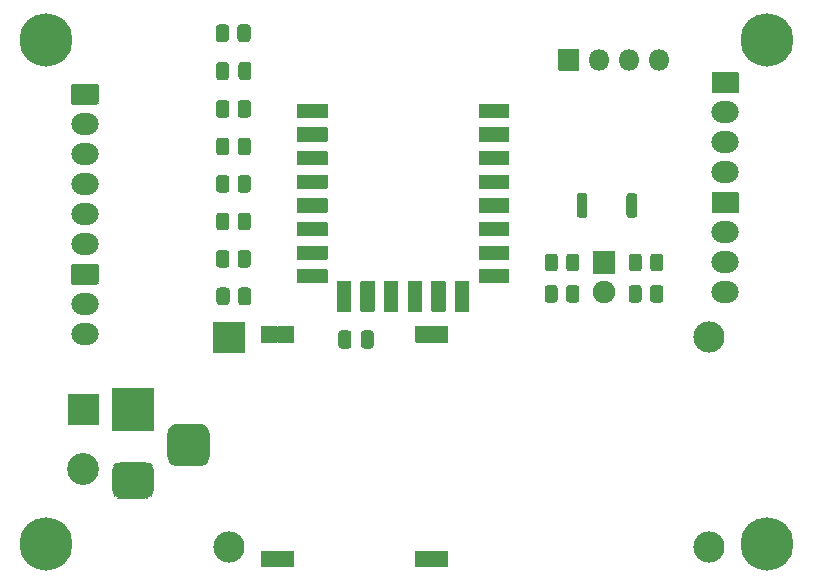
<source format=gts>
G04 #@! TF.GenerationSoftware,KiCad,Pcbnew,(5.1.9)-1*
G04 #@! TF.CreationDate,2021-06-01T19:36:45+03:00*
G04 #@! TF.ProjectId,ESP-RGBW-3S,4553502d-5247-4425-972d-33532e6b6963,0.4*
G04 #@! TF.SameCoordinates,Original*
G04 #@! TF.FileFunction,Soldermask,Top*
G04 #@! TF.FilePolarity,Negative*
%FSLAX46Y46*%
G04 Gerber Fmt 4.6, Leading zero omitted, Abs format (unit mm)*
G04 Created by KiCad (PCBNEW (5.1.9)-1) date 2021-06-01 19:36:45*
%MOMM*%
%LPD*%
G01*
G04 APERTURE LIST*
%ADD10C,2.702000*%
%ADD11C,2.642000*%
%ADD12O,2.302000X1.842000*%
%ADD13C,0.802000*%
%ADD14C,4.502000*%
%ADD15C,1.902000*%
%ADD16O,1.802000X1.802000*%
%ADD17C,0.100000*%
G04 APERTURE END LIST*
G36*
G01*
X41490599Y-71382400D02*
X42798601Y-71382400D01*
G75*
G02*
X42849600Y-71433399I0J-50999D01*
G01*
X42849600Y-72741401D01*
G75*
G02*
X42798601Y-72792400I-50999J0D01*
G01*
X41490599Y-72792400D01*
G75*
G02*
X41439600Y-72741401I0J50999D01*
G01*
X41439600Y-71433399D01*
G75*
G02*
X41490599Y-71382400I50999J0D01*
G01*
G37*
G36*
G01*
X40090599Y-71382400D02*
X41398601Y-71382400D01*
G75*
G02*
X41449600Y-71433399I0J-50999D01*
G01*
X41449600Y-72741401D01*
G75*
G02*
X41398601Y-72792400I-50999J0D01*
G01*
X40090599Y-72792400D01*
G75*
G02*
X40039600Y-72741401I0J50999D01*
G01*
X40039600Y-71433399D01*
G75*
G02*
X40090599Y-71382400I50999J0D01*
G01*
G37*
G36*
G01*
X53160599Y-71382400D02*
X54468601Y-71382400D01*
G75*
G02*
X54519600Y-71433399I0J-50999D01*
G01*
X54519600Y-72741401D01*
G75*
G02*
X54468601Y-72792400I-50999J0D01*
G01*
X53160599Y-72792400D01*
G75*
G02*
X53109600Y-72741401I0J50999D01*
G01*
X53109600Y-71433399D01*
G75*
G02*
X53160599Y-71382400I50999J0D01*
G01*
G37*
G36*
G01*
X54560599Y-71382400D02*
X55868601Y-71382400D01*
G75*
G02*
X55919600Y-71433399I0J-50999D01*
G01*
X55919600Y-72741401D01*
G75*
G02*
X55868601Y-72792400I-50999J0D01*
G01*
X54560599Y-72792400D01*
G75*
G02*
X54509600Y-72741401I0J50999D01*
G01*
X54509600Y-71433399D01*
G75*
G02*
X54560599Y-71382400I50999J0D01*
G01*
G37*
G36*
G01*
X53160599Y-52382400D02*
X54468601Y-52382400D01*
G75*
G02*
X54519600Y-52433399I0J-50999D01*
G01*
X54519600Y-53741401D01*
G75*
G02*
X54468601Y-53792400I-50999J0D01*
G01*
X53160599Y-53792400D01*
G75*
G02*
X53109600Y-53741401I0J50999D01*
G01*
X53109600Y-52433399D01*
G75*
G02*
X53160599Y-52382400I50999J0D01*
G01*
G37*
G36*
G01*
X54560599Y-52382400D02*
X55868601Y-52382400D01*
G75*
G02*
X55919600Y-52433399I0J-50999D01*
G01*
X55919600Y-53741401D01*
G75*
G02*
X55868601Y-53792400I-50999J0D01*
G01*
X54560599Y-53792400D01*
G75*
G02*
X54509600Y-53741401I0J50999D01*
G01*
X54509600Y-52433399D01*
G75*
G02*
X54560599Y-52382400I50999J0D01*
G01*
G37*
G36*
G01*
X41490599Y-52382400D02*
X42798601Y-52382400D01*
G75*
G02*
X42849600Y-52433399I0J-50999D01*
G01*
X42849600Y-53741401D01*
G75*
G02*
X42798601Y-53792400I-50999J0D01*
G01*
X41490599Y-53792400D01*
G75*
G02*
X41439600Y-53741401I0J50999D01*
G01*
X41439600Y-52433399D01*
G75*
G02*
X41490599Y-52382400I50999J0D01*
G01*
G37*
G36*
G01*
X40090599Y-52382400D02*
X41398601Y-52382400D01*
G75*
G02*
X41449600Y-52433399I0J-50999D01*
G01*
X41449600Y-53741401D01*
G75*
G02*
X41398601Y-53792400I-50999J0D01*
G01*
X40090599Y-53792400D01*
G75*
G02*
X40039600Y-53741401I0J50999D01*
G01*
X40039600Y-52433399D01*
G75*
G02*
X40090599Y-52382400I50999J0D01*
G01*
G37*
D10*
X25019000Y-64436000D03*
G36*
G01*
X23719000Y-58085000D02*
X26319000Y-58085000D01*
G75*
G02*
X26370000Y-58136000I0J-51000D01*
G01*
X26370000Y-60736000D01*
G75*
G02*
X26319000Y-60787000I-51000J0D01*
G01*
X23719000Y-60787000D01*
G75*
G02*
X23668000Y-60736000I0J51000D01*
G01*
X23668000Y-58136000D01*
G75*
G02*
X23719000Y-58085000I51000J0D01*
G01*
G37*
G36*
G01*
X36017000Y-54610000D02*
X36017000Y-52070000D01*
G75*
G02*
X36068000Y-52019000I51000J0D01*
G01*
X38608000Y-52019000D01*
G75*
G02*
X38659000Y-52070000I0J-51000D01*
G01*
X38659000Y-54610000D01*
G75*
G02*
X38608000Y-54661000I-51000J0D01*
G01*
X36068000Y-54661000D01*
G75*
G02*
X36017000Y-54610000I0J51000D01*
G01*
G37*
D11*
X37338000Y-71120000D03*
X77978000Y-53340000D03*
X77978000Y-71120000D03*
G36*
G01*
X72295000Y-46513875D02*
X72295000Y-47466125D01*
G75*
G02*
X72020125Y-47741000I-274875J0D01*
G01*
X71442875Y-47741000D01*
G75*
G02*
X71168000Y-47466125I0J274875D01*
G01*
X71168000Y-46513875D01*
G75*
G02*
X71442875Y-46239000I274875J0D01*
G01*
X72020125Y-46239000D01*
G75*
G02*
X72295000Y-46513875I0J-274875D01*
G01*
G37*
G36*
G01*
X74120000Y-46513875D02*
X74120000Y-47466125D01*
G75*
G02*
X73845125Y-47741000I-274875J0D01*
G01*
X73267875Y-47741000D01*
G75*
G02*
X72993000Y-47466125I0J274875D01*
G01*
X72993000Y-46513875D01*
G75*
G02*
X73267875Y-46239000I274875J0D01*
G01*
X73845125Y-46239000D01*
G75*
G02*
X74120000Y-46513875I0J-274875D01*
G01*
G37*
G36*
G01*
X72295000Y-49180875D02*
X72295000Y-50133125D01*
G75*
G02*
X72020125Y-50408000I-274875J0D01*
G01*
X71442875Y-50408000D01*
G75*
G02*
X71168000Y-50133125I0J274875D01*
G01*
X71168000Y-49180875D01*
G75*
G02*
X71442875Y-48906000I274875J0D01*
G01*
X72020125Y-48906000D01*
G75*
G02*
X72295000Y-49180875I0J-274875D01*
G01*
G37*
G36*
G01*
X74120000Y-49180875D02*
X74120000Y-50133125D01*
G75*
G02*
X73845125Y-50408000I-274875J0D01*
G01*
X73267875Y-50408000D01*
G75*
G02*
X72993000Y-50133125I0J274875D01*
G01*
X72993000Y-49180875D01*
G75*
G02*
X73267875Y-48906000I274875J0D01*
G01*
X73845125Y-48906000D01*
G75*
G02*
X74120000Y-49180875I0J-274875D01*
G01*
G37*
G36*
G01*
X38093400Y-50336325D02*
X38093400Y-49384075D01*
G75*
G02*
X38368275Y-49109200I274875J0D01*
G01*
X38945525Y-49109200D01*
G75*
G02*
X39220400Y-49384075I0J-274875D01*
G01*
X39220400Y-50336325D01*
G75*
G02*
X38945525Y-50611200I-274875J0D01*
G01*
X38368275Y-50611200D01*
G75*
G02*
X38093400Y-50336325I0J274875D01*
G01*
G37*
G36*
G01*
X36268400Y-50336325D02*
X36268400Y-49384075D01*
G75*
G02*
X36543275Y-49109200I274875J0D01*
G01*
X37120525Y-49109200D01*
G75*
G02*
X37395400Y-49384075I0J-274875D01*
G01*
X37395400Y-50336325D01*
G75*
G02*
X37120525Y-50611200I-274875J0D01*
G01*
X36543275Y-50611200D01*
G75*
G02*
X36268400Y-50336325I0J274875D01*
G01*
G37*
G36*
G01*
X38068000Y-47162635D02*
X38068000Y-46210385D01*
G75*
G02*
X38342875Y-45935510I274875J0D01*
G01*
X38920125Y-45935510D01*
G75*
G02*
X39195000Y-46210385I0J-274875D01*
G01*
X39195000Y-47162635D01*
G75*
G02*
X38920125Y-47437510I-274875J0D01*
G01*
X38342875Y-47437510D01*
G75*
G02*
X38068000Y-47162635I0J274875D01*
G01*
G37*
G36*
G01*
X36243000Y-47162635D02*
X36243000Y-46210385D01*
G75*
G02*
X36517875Y-45935510I274875J0D01*
G01*
X37095125Y-45935510D01*
G75*
G02*
X37370000Y-46210385I0J-274875D01*
G01*
X37370000Y-47162635D01*
G75*
G02*
X37095125Y-47437510I-274875J0D01*
G01*
X36517875Y-47437510D01*
G75*
G02*
X36243000Y-47162635I0J274875D01*
G01*
G37*
G36*
G01*
X38068000Y-40815265D02*
X38068000Y-39863015D01*
G75*
G02*
X38342875Y-39588140I274875J0D01*
G01*
X38920125Y-39588140D01*
G75*
G02*
X39195000Y-39863015I0J-274875D01*
G01*
X39195000Y-40815265D01*
G75*
G02*
X38920125Y-41090140I-274875J0D01*
G01*
X38342875Y-41090140D01*
G75*
G02*
X38068000Y-40815265I0J274875D01*
G01*
G37*
G36*
G01*
X36243000Y-40815265D02*
X36243000Y-39863015D01*
G75*
G02*
X36517875Y-39588140I274875J0D01*
G01*
X37095125Y-39588140D01*
G75*
G02*
X37370000Y-39863015I0J-274875D01*
G01*
X37370000Y-40815265D01*
G75*
G02*
X37095125Y-41090140I-274875J0D01*
G01*
X36517875Y-41090140D01*
G75*
G02*
X36243000Y-40815265I0J274875D01*
G01*
G37*
G36*
G01*
X38068000Y-43988950D02*
X38068000Y-43036700D01*
G75*
G02*
X38342875Y-42761825I274875J0D01*
G01*
X38920125Y-42761825D01*
G75*
G02*
X39195000Y-43036700I0J-274875D01*
G01*
X39195000Y-43988950D01*
G75*
G02*
X38920125Y-44263825I-274875J0D01*
G01*
X38342875Y-44263825D01*
G75*
G02*
X38068000Y-43988950I0J274875D01*
G01*
G37*
G36*
G01*
X36243000Y-43988950D02*
X36243000Y-43036700D01*
G75*
G02*
X36517875Y-42761825I274875J0D01*
G01*
X37095125Y-42761825D01*
G75*
G02*
X37370000Y-43036700I0J-274875D01*
G01*
X37370000Y-43988950D01*
G75*
G02*
X37095125Y-44263825I-274875J0D01*
G01*
X36517875Y-44263825D01*
G75*
G02*
X36243000Y-43988950I0J274875D01*
G01*
G37*
D12*
X79375000Y-39370000D03*
X25146000Y-45466000D03*
G36*
G01*
X48506600Y-54018300D02*
X48506600Y-53017300D01*
G75*
G02*
X48782100Y-52741800I275500J0D01*
G01*
X49333100Y-52741800D01*
G75*
G02*
X49608600Y-53017300I0J-275500D01*
G01*
X49608600Y-54018300D01*
G75*
G02*
X49333100Y-54293800I-275500J0D01*
G01*
X48782100Y-54293800D01*
G75*
G02*
X48506600Y-54018300I0J275500D01*
G01*
G37*
G36*
G01*
X46606600Y-54018300D02*
X46606600Y-53017300D01*
G75*
G02*
X46882100Y-52741800I275500J0D01*
G01*
X47433100Y-52741800D01*
G75*
G02*
X47708600Y-53017300I0J-275500D01*
G01*
X47708600Y-54018300D01*
G75*
G02*
X47433100Y-54293800I-275500J0D01*
G01*
X46882100Y-54293800D01*
G75*
G02*
X46606600Y-54018300I0J275500D01*
G01*
G37*
G36*
G01*
X38143400Y-31288585D02*
X38143400Y-30287585D01*
G75*
G02*
X38418900Y-30012085I275500J0D01*
G01*
X38969900Y-30012085D01*
G75*
G02*
X39245400Y-30287585I0J-275500D01*
G01*
X39245400Y-31288585D01*
G75*
G02*
X38969900Y-31564085I-275500J0D01*
G01*
X38418900Y-31564085D01*
G75*
G02*
X38143400Y-31288585I0J275500D01*
G01*
G37*
G36*
G01*
X36243400Y-31288585D02*
X36243400Y-30287585D01*
G75*
G02*
X36518900Y-30012085I275500J0D01*
G01*
X37069900Y-30012085D01*
G75*
G02*
X37345400Y-30287585I0J-275500D01*
G01*
X37345400Y-31288585D01*
G75*
G02*
X37069900Y-31564085I-275500J0D01*
G01*
X36518900Y-31564085D01*
G75*
G02*
X36243400Y-31288585I0J275500D01*
G01*
G37*
G36*
G01*
X37370000Y-33515645D02*
X37370000Y-34467895D01*
G75*
G02*
X37095125Y-34742770I-274875J0D01*
G01*
X36517875Y-34742770D01*
G75*
G02*
X36243000Y-34467895I0J274875D01*
G01*
X36243000Y-33515645D01*
G75*
G02*
X36517875Y-33240770I274875J0D01*
G01*
X37095125Y-33240770D01*
G75*
G02*
X37370000Y-33515645I0J-274875D01*
G01*
G37*
G36*
G01*
X39195000Y-33515645D02*
X39195000Y-34467895D01*
G75*
G02*
X38920125Y-34742770I-274875J0D01*
G01*
X38342875Y-34742770D01*
G75*
G02*
X38068000Y-34467895I0J274875D01*
G01*
X38068000Y-33515645D01*
G75*
G02*
X38342875Y-33240770I274875J0D01*
G01*
X38920125Y-33240770D01*
G75*
G02*
X39195000Y-33515645I0J-274875D01*
G01*
G37*
G36*
G01*
X65881000Y-47466125D02*
X65881000Y-46513875D01*
G75*
G02*
X66155875Y-46239000I274875J0D01*
G01*
X66733125Y-46239000D01*
G75*
G02*
X67008000Y-46513875I0J-274875D01*
G01*
X67008000Y-47466125D01*
G75*
G02*
X66733125Y-47741000I-274875J0D01*
G01*
X66155875Y-47741000D01*
G75*
G02*
X65881000Y-47466125I0J274875D01*
G01*
G37*
G36*
G01*
X64056000Y-47466125D02*
X64056000Y-46513875D01*
G75*
G02*
X64330875Y-46239000I274875J0D01*
G01*
X64908125Y-46239000D01*
G75*
G02*
X65183000Y-46513875I0J-274875D01*
G01*
X65183000Y-47466125D01*
G75*
G02*
X64908125Y-47741000I-274875J0D01*
G01*
X64330875Y-47741000D01*
G75*
G02*
X64056000Y-47466125I0J274875D01*
G01*
G37*
G36*
G01*
X65881000Y-50133125D02*
X65881000Y-49180875D01*
G75*
G02*
X66155875Y-48906000I274875J0D01*
G01*
X66733125Y-48906000D01*
G75*
G02*
X67008000Y-49180875I0J-274875D01*
G01*
X67008000Y-50133125D01*
G75*
G02*
X66733125Y-50408000I-274875J0D01*
G01*
X66155875Y-50408000D01*
G75*
G02*
X65881000Y-50133125I0J274875D01*
G01*
G37*
G36*
G01*
X64056000Y-50133125D02*
X64056000Y-49180875D01*
G75*
G02*
X64330875Y-48906000I274875J0D01*
G01*
X64908125Y-48906000D01*
G75*
G02*
X65183000Y-49180875I0J-274875D01*
G01*
X65183000Y-50133125D01*
G75*
G02*
X64908125Y-50408000I-274875J0D01*
G01*
X64330875Y-50408000D01*
G75*
G02*
X64056000Y-50133125I0J274875D01*
G01*
G37*
G36*
G01*
X38042600Y-28060525D02*
X38042600Y-27108275D01*
G75*
G02*
X38317475Y-26833400I274875J0D01*
G01*
X38894725Y-26833400D01*
G75*
G02*
X39169600Y-27108275I0J-274875D01*
G01*
X39169600Y-28060525D01*
G75*
G02*
X38894725Y-28335400I-274875J0D01*
G01*
X38317475Y-28335400D01*
G75*
G02*
X38042600Y-28060525I0J274875D01*
G01*
G37*
G36*
G01*
X36217600Y-28060525D02*
X36217600Y-27108275D01*
G75*
G02*
X36492475Y-26833400I274875J0D01*
G01*
X37069725Y-26833400D01*
G75*
G02*
X37344600Y-27108275I0J-274875D01*
G01*
X37344600Y-28060525D01*
G75*
G02*
X37069725Y-28335400I-274875J0D01*
G01*
X36492475Y-28335400D01*
G75*
G02*
X36217600Y-28060525I0J274875D01*
G01*
G37*
G36*
G01*
X38068000Y-37641580D02*
X38068000Y-36689330D01*
G75*
G02*
X38342875Y-36414455I274875J0D01*
G01*
X38920125Y-36414455D01*
G75*
G02*
X39195000Y-36689330I0J-274875D01*
G01*
X39195000Y-37641580D01*
G75*
G02*
X38920125Y-37916455I-274875J0D01*
G01*
X38342875Y-37916455D01*
G75*
G02*
X38068000Y-37641580I0J274875D01*
G01*
G37*
G36*
G01*
X36243000Y-37641580D02*
X36243000Y-36689330D01*
G75*
G02*
X36517875Y-36414455I274875J0D01*
G01*
X37095125Y-36414455D01*
G75*
G02*
X37370000Y-36689330I0J-274875D01*
G01*
X37370000Y-37641580D01*
G75*
G02*
X37095125Y-37916455I-274875J0D01*
G01*
X36517875Y-37916455D01*
G75*
G02*
X36243000Y-37641580I0J274875D01*
G01*
G37*
X79375000Y-49530000D03*
X79375000Y-46990000D03*
X79375000Y-44450000D03*
G36*
G01*
X78488654Y-40989000D02*
X80261346Y-40989000D01*
G75*
G02*
X80526000Y-41253654I0J-264654D01*
G01*
X80526000Y-42566346D01*
G75*
G02*
X80261346Y-42831000I-264654J0D01*
G01*
X78488654Y-42831000D01*
G75*
G02*
X78224000Y-42566346I0J264654D01*
G01*
X78224000Y-41253654D01*
G75*
G02*
X78488654Y-40989000I264654J0D01*
G01*
G37*
X25146000Y-53086000D03*
X25146000Y-50546000D03*
G36*
G01*
X24259654Y-47085000D02*
X26032346Y-47085000D01*
G75*
G02*
X26297000Y-47349654I0J-264654D01*
G01*
X26297000Y-48662346D01*
G75*
G02*
X26032346Y-48927000I-264654J0D01*
G01*
X24259654Y-48927000D01*
G75*
G02*
X23995000Y-48662346I0J264654D01*
G01*
X23995000Y-47349654D01*
G75*
G02*
X24259654Y-47085000I264654J0D01*
G01*
G37*
X79375000Y-36830000D03*
X79375000Y-34290000D03*
G36*
G01*
X78488654Y-30829000D02*
X80261346Y-30829000D01*
G75*
G02*
X80526000Y-31093654I0J-264654D01*
G01*
X80526000Y-32406346D01*
G75*
G02*
X80261346Y-32671000I-264654J0D01*
G01*
X78488654Y-32671000D01*
G75*
G02*
X78224000Y-32406346I0J264654D01*
G01*
X78224000Y-31093654D01*
G75*
G02*
X78488654Y-30829000I264654J0D01*
G01*
G37*
G36*
G01*
X43084000Y-34713000D02*
X43084000Y-33613000D01*
G75*
G02*
X43135000Y-33562000I51000J0D01*
G01*
X45635000Y-33562000D01*
G75*
G02*
X45686000Y-33613000I0J-51000D01*
G01*
X45686000Y-34713000D01*
G75*
G02*
X45635000Y-34764000I-51000J0D01*
G01*
X43135000Y-34764000D01*
G75*
G02*
X43084000Y-34713000I0J51000D01*
G01*
G37*
G36*
G01*
X43084000Y-36713000D02*
X43084000Y-35613000D01*
G75*
G02*
X43135000Y-35562000I51000J0D01*
G01*
X45635000Y-35562000D01*
G75*
G02*
X45686000Y-35613000I0J-51000D01*
G01*
X45686000Y-36713000D01*
G75*
G02*
X45635000Y-36764000I-51000J0D01*
G01*
X43135000Y-36764000D01*
G75*
G02*
X43084000Y-36713000I0J51000D01*
G01*
G37*
G36*
G01*
X43084000Y-38713000D02*
X43084000Y-37613000D01*
G75*
G02*
X43135000Y-37562000I51000J0D01*
G01*
X45635000Y-37562000D01*
G75*
G02*
X45686000Y-37613000I0J-51000D01*
G01*
X45686000Y-38713000D01*
G75*
G02*
X45635000Y-38764000I-51000J0D01*
G01*
X43135000Y-38764000D01*
G75*
G02*
X43084000Y-38713000I0J51000D01*
G01*
G37*
G36*
G01*
X43084000Y-40713000D02*
X43084000Y-39613000D01*
G75*
G02*
X43135000Y-39562000I51000J0D01*
G01*
X45635000Y-39562000D01*
G75*
G02*
X45686000Y-39613000I0J-51000D01*
G01*
X45686000Y-40713000D01*
G75*
G02*
X45635000Y-40764000I-51000J0D01*
G01*
X43135000Y-40764000D01*
G75*
G02*
X43084000Y-40713000I0J51000D01*
G01*
G37*
G36*
G01*
X43084000Y-42713000D02*
X43084000Y-41613000D01*
G75*
G02*
X43135000Y-41562000I51000J0D01*
G01*
X45635000Y-41562000D01*
G75*
G02*
X45686000Y-41613000I0J-51000D01*
G01*
X45686000Y-42713000D01*
G75*
G02*
X45635000Y-42764000I-51000J0D01*
G01*
X43135000Y-42764000D01*
G75*
G02*
X43084000Y-42713000I0J51000D01*
G01*
G37*
G36*
G01*
X43084000Y-44713000D02*
X43084000Y-43613000D01*
G75*
G02*
X43135000Y-43562000I51000J0D01*
G01*
X45635000Y-43562000D01*
G75*
G02*
X45686000Y-43613000I0J-51000D01*
G01*
X45686000Y-44713000D01*
G75*
G02*
X45635000Y-44764000I-51000J0D01*
G01*
X43135000Y-44764000D01*
G75*
G02*
X43084000Y-44713000I0J51000D01*
G01*
G37*
G36*
G01*
X43084000Y-46713000D02*
X43084000Y-45613000D01*
G75*
G02*
X43135000Y-45562000I51000J0D01*
G01*
X45635000Y-45562000D01*
G75*
G02*
X45686000Y-45613000I0J-51000D01*
G01*
X45686000Y-46713000D01*
G75*
G02*
X45635000Y-46764000I-51000J0D01*
G01*
X43135000Y-46764000D01*
G75*
G02*
X43084000Y-46713000I0J51000D01*
G01*
G37*
G36*
G01*
X43084000Y-48713000D02*
X43084000Y-47613000D01*
G75*
G02*
X43135000Y-47562000I51000J0D01*
G01*
X45635000Y-47562000D01*
G75*
G02*
X45686000Y-47613000I0J-51000D01*
G01*
X45686000Y-48713000D01*
G75*
G02*
X45635000Y-48764000I-51000J0D01*
G01*
X43135000Y-48764000D01*
G75*
G02*
X43084000Y-48713000I0J51000D01*
G01*
G37*
G36*
G01*
X58484000Y-48713000D02*
X58484000Y-47613000D01*
G75*
G02*
X58535000Y-47562000I51000J0D01*
G01*
X61035000Y-47562000D01*
G75*
G02*
X61086000Y-47613000I0J-51000D01*
G01*
X61086000Y-48713000D01*
G75*
G02*
X61035000Y-48764000I-51000J0D01*
G01*
X58535000Y-48764000D01*
G75*
G02*
X58484000Y-48713000I0J51000D01*
G01*
G37*
G36*
G01*
X58484000Y-46713000D02*
X58484000Y-45613000D01*
G75*
G02*
X58535000Y-45562000I51000J0D01*
G01*
X61035000Y-45562000D01*
G75*
G02*
X61086000Y-45613000I0J-51000D01*
G01*
X61086000Y-46713000D01*
G75*
G02*
X61035000Y-46764000I-51000J0D01*
G01*
X58535000Y-46764000D01*
G75*
G02*
X58484000Y-46713000I0J51000D01*
G01*
G37*
G36*
G01*
X58484000Y-44713000D02*
X58484000Y-43613000D01*
G75*
G02*
X58535000Y-43562000I51000J0D01*
G01*
X61035000Y-43562000D01*
G75*
G02*
X61086000Y-43613000I0J-51000D01*
G01*
X61086000Y-44713000D01*
G75*
G02*
X61035000Y-44764000I-51000J0D01*
G01*
X58535000Y-44764000D01*
G75*
G02*
X58484000Y-44713000I0J51000D01*
G01*
G37*
G36*
G01*
X58484000Y-42713000D02*
X58484000Y-41613000D01*
G75*
G02*
X58535000Y-41562000I51000J0D01*
G01*
X61035000Y-41562000D01*
G75*
G02*
X61086000Y-41613000I0J-51000D01*
G01*
X61086000Y-42713000D01*
G75*
G02*
X61035000Y-42764000I-51000J0D01*
G01*
X58535000Y-42764000D01*
G75*
G02*
X58484000Y-42713000I0J51000D01*
G01*
G37*
G36*
G01*
X58484000Y-40713000D02*
X58484000Y-39613000D01*
G75*
G02*
X58535000Y-39562000I51000J0D01*
G01*
X61035000Y-39562000D01*
G75*
G02*
X61086000Y-39613000I0J-51000D01*
G01*
X61086000Y-40713000D01*
G75*
G02*
X61035000Y-40764000I-51000J0D01*
G01*
X58535000Y-40764000D01*
G75*
G02*
X58484000Y-40713000I0J51000D01*
G01*
G37*
G36*
G01*
X58484000Y-38713000D02*
X58484000Y-37613000D01*
G75*
G02*
X58535000Y-37562000I51000J0D01*
G01*
X61035000Y-37562000D01*
G75*
G02*
X61086000Y-37613000I0J-51000D01*
G01*
X61086000Y-38713000D01*
G75*
G02*
X61035000Y-38764000I-51000J0D01*
G01*
X58535000Y-38764000D01*
G75*
G02*
X58484000Y-38713000I0J51000D01*
G01*
G37*
G36*
G01*
X58484000Y-36713000D02*
X58484000Y-35613000D01*
G75*
G02*
X58535000Y-35562000I51000J0D01*
G01*
X61035000Y-35562000D01*
G75*
G02*
X61086000Y-35613000I0J-51000D01*
G01*
X61086000Y-36713000D01*
G75*
G02*
X61035000Y-36764000I-51000J0D01*
G01*
X58535000Y-36764000D01*
G75*
G02*
X58484000Y-36713000I0J51000D01*
G01*
G37*
G36*
G01*
X58484000Y-34713000D02*
X58484000Y-33613000D01*
G75*
G02*
X58535000Y-33562000I51000J0D01*
G01*
X61035000Y-33562000D01*
G75*
G02*
X61086000Y-33613000I0J-51000D01*
G01*
X61086000Y-34713000D01*
G75*
G02*
X61035000Y-34764000I-51000J0D01*
G01*
X58535000Y-34764000D01*
G75*
G02*
X58484000Y-34713000I0J51000D01*
G01*
G37*
G36*
G01*
X47625000Y-51164000D02*
X46525000Y-51164000D01*
G75*
G02*
X46474000Y-51113000I0J51000D01*
G01*
X46474000Y-48613000D01*
G75*
G02*
X46525000Y-48562000I51000J0D01*
G01*
X47625000Y-48562000D01*
G75*
G02*
X47676000Y-48613000I0J-51000D01*
G01*
X47676000Y-51113000D01*
G75*
G02*
X47625000Y-51164000I-51000J0D01*
G01*
G37*
G36*
G01*
X49625000Y-51164000D02*
X48525000Y-51164000D01*
G75*
G02*
X48474000Y-51113000I0J51000D01*
G01*
X48474000Y-48613000D01*
G75*
G02*
X48525000Y-48562000I51000J0D01*
G01*
X49625000Y-48562000D01*
G75*
G02*
X49676000Y-48613000I0J-51000D01*
G01*
X49676000Y-51113000D01*
G75*
G02*
X49625000Y-51164000I-51000J0D01*
G01*
G37*
G36*
G01*
X51625000Y-51164000D02*
X50525000Y-51164000D01*
G75*
G02*
X50474000Y-51113000I0J51000D01*
G01*
X50474000Y-48613000D01*
G75*
G02*
X50525000Y-48562000I51000J0D01*
G01*
X51625000Y-48562000D01*
G75*
G02*
X51676000Y-48613000I0J-51000D01*
G01*
X51676000Y-51113000D01*
G75*
G02*
X51625000Y-51164000I-51000J0D01*
G01*
G37*
G36*
G01*
X53625000Y-51164000D02*
X52525000Y-51164000D01*
G75*
G02*
X52474000Y-51113000I0J51000D01*
G01*
X52474000Y-48613000D01*
G75*
G02*
X52525000Y-48562000I51000J0D01*
G01*
X53625000Y-48562000D01*
G75*
G02*
X53676000Y-48613000I0J-51000D01*
G01*
X53676000Y-51113000D01*
G75*
G02*
X53625000Y-51164000I-51000J0D01*
G01*
G37*
G36*
G01*
X55625000Y-51164000D02*
X54525000Y-51164000D01*
G75*
G02*
X54474000Y-51113000I0J51000D01*
G01*
X54474000Y-48613000D01*
G75*
G02*
X54525000Y-48562000I51000J0D01*
G01*
X55625000Y-48562000D01*
G75*
G02*
X55676000Y-48613000I0J-51000D01*
G01*
X55676000Y-51113000D01*
G75*
G02*
X55625000Y-51164000I-51000J0D01*
G01*
G37*
G36*
G01*
X57625000Y-51164000D02*
X56525000Y-51164000D01*
G75*
G02*
X56474000Y-51113000I0J51000D01*
G01*
X56474000Y-48613000D01*
G75*
G02*
X56525000Y-48562000I51000J0D01*
G01*
X57625000Y-48562000D01*
G75*
G02*
X57676000Y-48613000I0J-51000D01*
G01*
X57676000Y-51113000D01*
G75*
G02*
X57625000Y-51164000I-51000J0D01*
G01*
G37*
D13*
X23010726Y-27027274D03*
X21844000Y-26544000D03*
X20677274Y-27027274D03*
X20194000Y-28194000D03*
X20677274Y-29360726D03*
X21844000Y-29844000D03*
X23010726Y-29360726D03*
X23494000Y-28194000D03*
D14*
X21844000Y-28194000D03*
D13*
X84097726Y-27027274D03*
X82931000Y-26544000D03*
X81764274Y-27027274D03*
X81281000Y-28194000D03*
X81764274Y-29360726D03*
X82931000Y-29844000D03*
X84097726Y-29360726D03*
X84581000Y-28194000D03*
D14*
X82931000Y-28194000D03*
X82931000Y-70866000D03*
D13*
X84581000Y-70866000D03*
X84097726Y-72032726D03*
X82931000Y-72516000D03*
X81764274Y-72032726D03*
X81281000Y-70866000D03*
X81764274Y-69699274D03*
X82931000Y-69216000D03*
X84097726Y-69699274D03*
D14*
X21844000Y-70866000D03*
D13*
X23494000Y-70866000D03*
X23010726Y-72032726D03*
X21844000Y-72516000D03*
X20677274Y-72032726D03*
X20194000Y-70866000D03*
X20677274Y-69699274D03*
X21844000Y-69216000D03*
X23010726Y-69699274D03*
D15*
X69088000Y-49530000D03*
G36*
G01*
X68188000Y-46039000D02*
X69988000Y-46039000D01*
G75*
G02*
X70039000Y-46090000I0J-51000D01*
G01*
X70039000Y-47890000D01*
G75*
G02*
X69988000Y-47941000I-51000J0D01*
G01*
X68188000Y-47941000D01*
G75*
G02*
X68137000Y-47890000I0J51000D01*
G01*
X68137000Y-46090000D01*
G75*
G02*
X68188000Y-46039000I51000J0D01*
G01*
G37*
G36*
G01*
X34810500Y-64237000D02*
X33009500Y-64237000D01*
G75*
G02*
X32109000Y-63336500I0J900500D01*
G01*
X32109000Y-61535500D01*
G75*
G02*
X33009500Y-60635000I900500J0D01*
G01*
X34810500Y-60635000D01*
G75*
G02*
X35711000Y-61535500I0J-900500D01*
G01*
X35711000Y-63336500D01*
G75*
G02*
X34810500Y-64237000I-900500J0D01*
G01*
G37*
G36*
G01*
X30235500Y-66987000D02*
X28184500Y-66987000D01*
G75*
G02*
X27409000Y-66211500I0J775500D01*
G01*
X27409000Y-64660500D01*
G75*
G02*
X28184500Y-63885000I775500J0D01*
G01*
X30235500Y-63885000D01*
G75*
G02*
X31011000Y-64660500I0J-775500D01*
G01*
X31011000Y-66211500D01*
G75*
G02*
X30235500Y-66987000I-775500J0D01*
G01*
G37*
G36*
G01*
X30960000Y-61237000D02*
X27460000Y-61237000D01*
G75*
G02*
X27409000Y-61186000I0J51000D01*
G01*
X27409000Y-57686000D01*
G75*
G02*
X27460000Y-57635000I51000J0D01*
G01*
X30960000Y-57635000D01*
G75*
G02*
X31011000Y-57686000I0J-51000D01*
G01*
X31011000Y-61186000D01*
G75*
G02*
X30960000Y-61237000I-51000J0D01*
G01*
G37*
D16*
X73719399Y-29845000D03*
X71179399Y-29845000D03*
X68639399Y-29845000D03*
G36*
G01*
X66949399Y-30746000D02*
X65249399Y-30746000D01*
G75*
G02*
X65198399Y-30695000I0J51000D01*
G01*
X65198399Y-28995000D01*
G75*
G02*
X65249399Y-28944000I51000J0D01*
G01*
X66949399Y-28944000D01*
G75*
G02*
X67000399Y-28995000I0J-51000D01*
G01*
X67000399Y-30695000D01*
G75*
G02*
X66949399Y-30746000I-51000J0D01*
G01*
G37*
D12*
X25146000Y-42926000D03*
X25146000Y-40386000D03*
X25146000Y-37846000D03*
X25146000Y-35306000D03*
G36*
G01*
X24259654Y-31845000D02*
X26032346Y-31845000D01*
G75*
G02*
X26297000Y-32109654I0J-264654D01*
G01*
X26297000Y-33422346D01*
G75*
G02*
X26032346Y-33687000I-264654J0D01*
G01*
X24259654Y-33687000D01*
G75*
G02*
X23995000Y-33422346I0J264654D01*
G01*
X23995000Y-32109654D01*
G75*
G02*
X24259654Y-31845000I264654J0D01*
G01*
G37*
G36*
G01*
X71893000Y-41338500D02*
X71893000Y-42989500D01*
G75*
G02*
X71667500Y-43215000I-225500J0D01*
G01*
X71216500Y-43215000D01*
G75*
G02*
X70991000Y-42989500I0J225500D01*
G01*
X70991000Y-41338500D01*
G75*
G02*
X71216500Y-41113000I225500J0D01*
G01*
X71667500Y-41113000D01*
G75*
G02*
X71893000Y-41338500I0J-225500D01*
G01*
G37*
G36*
G01*
X67693000Y-41338500D02*
X67693000Y-42989500D01*
G75*
G02*
X67467500Y-43215000I-225500J0D01*
G01*
X67016500Y-43215000D01*
G75*
G02*
X66791000Y-42989500I0J225500D01*
G01*
X66791000Y-41338500D01*
G75*
G02*
X67016500Y-41113000I225500J0D01*
G01*
X67467500Y-41113000D01*
G75*
G02*
X67693000Y-41338500I0J-225500D01*
G01*
G37*
D17*
G36*
X31012165Y-66209874D02*
G01*
X31013000Y-66211500D01*
X31013000Y-66267860D01*
X31012990Y-66268056D01*
X30998697Y-66413175D01*
X30998621Y-66413560D01*
X30958080Y-66547206D01*
X30957930Y-66547568D01*
X30892100Y-66670727D01*
X30891882Y-66671053D01*
X30803286Y-66779009D01*
X30803009Y-66779286D01*
X30695053Y-66867882D01*
X30694727Y-66868100D01*
X30571568Y-66933930D01*
X30571206Y-66934080D01*
X30437560Y-66974621D01*
X30437175Y-66974697D01*
X30292056Y-66988990D01*
X30291860Y-66989000D01*
X30235500Y-66989000D01*
X30233768Y-66988000D01*
X30233768Y-66986000D01*
X30235304Y-66985010D01*
X30386398Y-66970129D01*
X30531502Y-66926112D01*
X30665229Y-66854634D01*
X30782440Y-66758440D01*
X30878634Y-66641229D01*
X30950112Y-66507502D01*
X30994129Y-66362398D01*
X31009010Y-66211304D01*
X31010175Y-66209678D01*
X31012165Y-66209874D01*
G37*
G36*
X27410990Y-66211304D02*
G01*
X27425871Y-66362398D01*
X27469888Y-66507502D01*
X27541366Y-66641229D01*
X27637560Y-66758440D01*
X27754771Y-66854634D01*
X27888498Y-66926112D01*
X28033602Y-66970129D01*
X28184696Y-66985010D01*
X28186322Y-66986175D01*
X28186126Y-66988165D01*
X28184500Y-66989000D01*
X28128140Y-66989000D01*
X28127944Y-66988990D01*
X27982825Y-66974697D01*
X27982440Y-66974621D01*
X27848794Y-66934080D01*
X27848432Y-66933930D01*
X27725273Y-66868100D01*
X27724947Y-66867882D01*
X27616991Y-66779286D01*
X27616714Y-66779009D01*
X27528118Y-66671053D01*
X27527900Y-66670727D01*
X27462070Y-66547568D01*
X27461920Y-66547206D01*
X27421379Y-66413560D01*
X27421303Y-66413175D01*
X27407010Y-66268056D01*
X27407000Y-66267860D01*
X27407000Y-66211500D01*
X27408000Y-66209768D01*
X27410000Y-66209768D01*
X27410990Y-66211304D01*
G37*
G36*
X28186232Y-63884000D02*
G01*
X28186232Y-63886000D01*
X28184696Y-63886990D01*
X28033602Y-63901871D01*
X27888498Y-63945888D01*
X27754771Y-64017366D01*
X27637560Y-64113560D01*
X27541366Y-64230771D01*
X27469888Y-64364498D01*
X27425871Y-64509602D01*
X27410990Y-64660696D01*
X27409825Y-64662322D01*
X27407835Y-64662126D01*
X27407000Y-64660500D01*
X27407000Y-64604140D01*
X27407010Y-64603944D01*
X27421303Y-64458825D01*
X27421379Y-64458440D01*
X27461920Y-64324794D01*
X27462070Y-64324432D01*
X27527900Y-64201273D01*
X27528118Y-64200947D01*
X27616714Y-64092991D01*
X27616991Y-64092714D01*
X27724947Y-64004118D01*
X27725273Y-64003900D01*
X27848432Y-63938070D01*
X27848794Y-63937920D01*
X27982440Y-63897379D01*
X27982825Y-63897303D01*
X28127944Y-63883010D01*
X28128140Y-63883000D01*
X28184500Y-63883000D01*
X28186232Y-63884000D01*
G37*
G36*
X30292056Y-63883010D02*
G01*
X30437175Y-63897303D01*
X30437560Y-63897379D01*
X30571206Y-63937920D01*
X30571568Y-63938070D01*
X30694727Y-64003900D01*
X30695053Y-64004118D01*
X30803009Y-64092714D01*
X30803286Y-64092991D01*
X30891882Y-64200947D01*
X30892100Y-64201273D01*
X30957930Y-64324432D01*
X30958080Y-64324794D01*
X30998621Y-64458440D01*
X30998697Y-64458825D01*
X31012990Y-64603944D01*
X31013000Y-64604140D01*
X31013000Y-64660500D01*
X31012000Y-64662232D01*
X31010000Y-64662232D01*
X31009010Y-64660696D01*
X30994129Y-64509602D01*
X30950112Y-64364498D01*
X30878634Y-64230771D01*
X30782440Y-64113560D01*
X30665229Y-64017366D01*
X30531502Y-63945888D01*
X30386398Y-63901871D01*
X30235304Y-63886990D01*
X30233678Y-63885825D01*
X30233874Y-63883835D01*
X30235500Y-63883000D01*
X30291860Y-63883000D01*
X30292056Y-63883010D01*
G37*
G36*
X35712165Y-63334874D02*
G01*
X35713000Y-63336500D01*
X35713000Y-63392860D01*
X35712990Y-63393056D01*
X35696295Y-63562562D01*
X35696219Y-63562947D01*
X35648565Y-63720041D01*
X35648415Y-63720403D01*
X35571033Y-63865174D01*
X35570815Y-63865500D01*
X35466674Y-63992397D01*
X35466397Y-63992674D01*
X35339500Y-64096815D01*
X35339174Y-64097033D01*
X35194403Y-64174415D01*
X35194041Y-64174565D01*
X35036947Y-64222219D01*
X35036562Y-64222295D01*
X34867056Y-64238990D01*
X34866860Y-64239000D01*
X34810500Y-64239000D01*
X34808768Y-64238000D01*
X34808768Y-64236000D01*
X34810304Y-64235010D01*
X34985784Y-64217727D01*
X35154337Y-64166597D01*
X35309675Y-64083567D01*
X35445829Y-63971829D01*
X35557567Y-63835675D01*
X35640597Y-63680337D01*
X35691727Y-63511784D01*
X35709010Y-63336304D01*
X35710175Y-63334678D01*
X35712165Y-63334874D01*
G37*
G36*
X32110990Y-63336304D02*
G01*
X32128273Y-63511784D01*
X32179403Y-63680337D01*
X32262433Y-63835675D01*
X32374171Y-63971829D01*
X32510325Y-64083567D01*
X32665663Y-64166597D01*
X32834216Y-64217727D01*
X33009696Y-64235010D01*
X33011322Y-64236175D01*
X33011126Y-64238165D01*
X33009500Y-64239000D01*
X32953140Y-64239000D01*
X32952944Y-64238990D01*
X32783438Y-64222295D01*
X32783053Y-64222219D01*
X32625959Y-64174565D01*
X32625597Y-64174415D01*
X32480826Y-64097033D01*
X32480500Y-64096815D01*
X32353603Y-63992674D01*
X32353326Y-63992397D01*
X32249185Y-63865500D01*
X32248967Y-63865174D01*
X32171585Y-63720403D01*
X32171435Y-63720041D01*
X32123781Y-63562947D01*
X32123705Y-63562562D01*
X32107010Y-63393056D01*
X32107000Y-63392860D01*
X32107000Y-63336500D01*
X32108000Y-63334768D01*
X32110000Y-63334768D01*
X32110990Y-63336304D01*
G37*
G36*
X33011232Y-60634000D02*
G01*
X33011232Y-60636000D01*
X33009696Y-60636990D01*
X32834216Y-60654273D01*
X32665663Y-60705403D01*
X32510325Y-60788433D01*
X32374171Y-60900171D01*
X32262433Y-61036325D01*
X32179403Y-61191663D01*
X32128273Y-61360216D01*
X32110990Y-61535696D01*
X32109825Y-61537322D01*
X32107835Y-61537126D01*
X32107000Y-61535500D01*
X32107000Y-61479140D01*
X32107010Y-61478944D01*
X32123705Y-61309438D01*
X32123781Y-61309053D01*
X32171435Y-61151959D01*
X32171585Y-61151597D01*
X32248967Y-61006826D01*
X32249185Y-61006500D01*
X32353326Y-60879603D01*
X32353603Y-60879326D01*
X32480500Y-60775185D01*
X32480826Y-60774967D01*
X32625597Y-60697585D01*
X32625959Y-60697435D01*
X32783053Y-60649781D01*
X32783438Y-60649705D01*
X32952944Y-60633010D01*
X32953140Y-60633000D01*
X33009500Y-60633000D01*
X33011232Y-60634000D01*
G37*
G36*
X34867056Y-60633010D02*
G01*
X35036562Y-60649705D01*
X35036947Y-60649781D01*
X35194041Y-60697435D01*
X35194403Y-60697585D01*
X35339174Y-60774967D01*
X35339500Y-60775185D01*
X35466397Y-60879326D01*
X35466674Y-60879603D01*
X35570815Y-61006500D01*
X35571033Y-61006826D01*
X35648415Y-61151597D01*
X35648565Y-61151959D01*
X35696219Y-61309053D01*
X35696295Y-61309438D01*
X35712990Y-61478944D01*
X35713000Y-61479140D01*
X35713000Y-61535500D01*
X35712000Y-61537232D01*
X35710000Y-61537232D01*
X35709010Y-61535696D01*
X35691727Y-61360216D01*
X35640597Y-61191663D01*
X35557567Y-61036325D01*
X35445829Y-60900171D01*
X35309675Y-60788433D01*
X35154337Y-60705403D01*
X34985784Y-60654273D01*
X34810304Y-60636990D01*
X34808678Y-60635825D01*
X34808874Y-60633835D01*
X34810500Y-60633000D01*
X34866860Y-60633000D01*
X34867056Y-60633010D01*
G37*
G36*
X26298165Y-48660720D02*
G01*
X26299000Y-48662346D01*
X26299000Y-48745288D01*
X26298990Y-48745484D01*
X26295024Y-48785756D01*
X26294948Y-48786141D01*
X26284990Y-48818965D01*
X26284840Y-48819327D01*
X26268672Y-48849575D01*
X26268454Y-48849901D01*
X26246694Y-48876417D01*
X26246417Y-48876694D01*
X26219901Y-48898454D01*
X26219575Y-48898672D01*
X26189327Y-48914840D01*
X26188965Y-48914990D01*
X26156141Y-48924948D01*
X26155756Y-48925024D01*
X26115484Y-48928990D01*
X26115288Y-48929000D01*
X26032346Y-48929000D01*
X26030614Y-48928000D01*
X26030614Y-48926000D01*
X26032150Y-48925010D01*
X26083582Y-48919945D01*
X26132856Y-48904997D01*
X26178264Y-48880727D01*
X26218064Y-48848064D01*
X26250727Y-48808264D01*
X26274997Y-48762856D01*
X26289945Y-48713582D01*
X26295010Y-48662150D01*
X26296175Y-48660524D01*
X26298165Y-48660720D01*
G37*
G36*
X23996990Y-48662150D02*
G01*
X24002055Y-48713582D01*
X24017003Y-48762856D01*
X24041273Y-48808264D01*
X24073936Y-48848064D01*
X24113736Y-48880727D01*
X24159144Y-48904997D01*
X24208418Y-48919945D01*
X24259850Y-48925010D01*
X24261476Y-48926175D01*
X24261280Y-48928165D01*
X24259654Y-48929000D01*
X24176712Y-48929000D01*
X24176516Y-48928990D01*
X24136244Y-48925024D01*
X24135859Y-48924948D01*
X24103035Y-48914990D01*
X24102673Y-48914840D01*
X24072425Y-48898672D01*
X24072099Y-48898454D01*
X24045583Y-48876694D01*
X24045306Y-48876417D01*
X24023546Y-48849901D01*
X24023328Y-48849575D01*
X24007160Y-48819327D01*
X24007010Y-48818965D01*
X23997052Y-48786141D01*
X23996976Y-48785756D01*
X23993010Y-48745484D01*
X23993000Y-48745288D01*
X23993000Y-48662346D01*
X23994000Y-48660614D01*
X23996000Y-48660614D01*
X23996990Y-48662150D01*
G37*
G36*
X24261386Y-47084000D02*
G01*
X24261386Y-47086000D01*
X24259850Y-47086990D01*
X24208418Y-47092055D01*
X24159144Y-47107003D01*
X24113736Y-47131273D01*
X24073936Y-47163936D01*
X24041273Y-47203736D01*
X24017003Y-47249144D01*
X24002055Y-47298418D01*
X23996990Y-47349850D01*
X23995825Y-47351476D01*
X23993835Y-47351280D01*
X23993000Y-47349654D01*
X23993000Y-47266712D01*
X23993010Y-47266516D01*
X23996976Y-47226244D01*
X23997052Y-47225859D01*
X24007010Y-47193035D01*
X24007160Y-47192673D01*
X24023328Y-47162425D01*
X24023546Y-47162099D01*
X24045306Y-47135583D01*
X24045583Y-47135306D01*
X24072099Y-47113546D01*
X24072425Y-47113328D01*
X24102673Y-47097160D01*
X24103035Y-47097010D01*
X24135859Y-47087052D01*
X24136244Y-47086976D01*
X24176516Y-47083010D01*
X24176712Y-47083000D01*
X24259654Y-47083000D01*
X24261386Y-47084000D01*
G37*
G36*
X26115484Y-47083010D02*
G01*
X26155756Y-47086976D01*
X26156141Y-47087052D01*
X26188965Y-47097010D01*
X26189327Y-47097160D01*
X26219575Y-47113328D01*
X26219901Y-47113546D01*
X26246417Y-47135306D01*
X26246694Y-47135583D01*
X26268454Y-47162099D01*
X26268672Y-47162425D01*
X26284840Y-47192673D01*
X26284990Y-47193035D01*
X26294948Y-47225859D01*
X26295024Y-47226244D01*
X26298990Y-47266516D01*
X26299000Y-47266712D01*
X26299000Y-47349654D01*
X26298000Y-47351386D01*
X26296000Y-47351386D01*
X26295010Y-47349850D01*
X26289945Y-47298418D01*
X26274997Y-47249144D01*
X26250727Y-47203736D01*
X26218064Y-47163936D01*
X26178264Y-47131273D01*
X26132856Y-47107003D01*
X26083582Y-47092055D01*
X26032150Y-47086990D01*
X26030524Y-47085825D01*
X26030720Y-47083835D01*
X26032346Y-47083000D01*
X26115288Y-47083000D01*
X26115484Y-47083010D01*
G37*
G36*
X80527165Y-42564720D02*
G01*
X80528000Y-42566346D01*
X80528000Y-42649288D01*
X80527990Y-42649484D01*
X80524024Y-42689756D01*
X80523948Y-42690141D01*
X80513990Y-42722965D01*
X80513840Y-42723327D01*
X80497672Y-42753575D01*
X80497454Y-42753901D01*
X80475694Y-42780417D01*
X80475417Y-42780694D01*
X80448901Y-42802454D01*
X80448575Y-42802672D01*
X80418327Y-42818840D01*
X80417965Y-42818990D01*
X80385141Y-42828948D01*
X80384756Y-42829024D01*
X80344484Y-42832990D01*
X80344288Y-42833000D01*
X80261346Y-42833000D01*
X80259614Y-42832000D01*
X80259614Y-42830000D01*
X80261150Y-42829010D01*
X80312582Y-42823945D01*
X80361856Y-42808997D01*
X80407264Y-42784727D01*
X80447064Y-42752064D01*
X80479727Y-42712264D01*
X80503997Y-42666856D01*
X80518945Y-42617582D01*
X80524010Y-42566150D01*
X80525175Y-42564524D01*
X80527165Y-42564720D01*
G37*
G36*
X78225990Y-42566150D02*
G01*
X78231055Y-42617582D01*
X78246003Y-42666856D01*
X78270273Y-42712264D01*
X78302936Y-42752064D01*
X78342736Y-42784727D01*
X78388144Y-42808997D01*
X78437418Y-42823945D01*
X78488850Y-42829010D01*
X78490476Y-42830175D01*
X78490280Y-42832165D01*
X78488654Y-42833000D01*
X78405712Y-42833000D01*
X78405516Y-42832990D01*
X78365244Y-42829024D01*
X78364859Y-42828948D01*
X78332035Y-42818990D01*
X78331673Y-42818840D01*
X78301425Y-42802672D01*
X78301099Y-42802454D01*
X78274583Y-42780694D01*
X78274306Y-42780417D01*
X78252546Y-42753901D01*
X78252328Y-42753575D01*
X78236160Y-42723327D01*
X78236010Y-42722965D01*
X78226052Y-42690141D01*
X78225976Y-42689756D01*
X78222010Y-42649484D01*
X78222000Y-42649288D01*
X78222000Y-42566346D01*
X78223000Y-42564614D01*
X78225000Y-42564614D01*
X78225990Y-42566150D01*
G37*
G36*
X78490386Y-40988000D02*
G01*
X78490386Y-40990000D01*
X78488850Y-40990990D01*
X78437418Y-40996055D01*
X78388144Y-41011003D01*
X78342736Y-41035273D01*
X78302936Y-41067936D01*
X78270273Y-41107736D01*
X78246003Y-41153144D01*
X78231055Y-41202418D01*
X78225990Y-41253850D01*
X78224825Y-41255476D01*
X78222835Y-41255280D01*
X78222000Y-41253654D01*
X78222000Y-41170712D01*
X78222010Y-41170516D01*
X78225976Y-41130244D01*
X78226052Y-41129859D01*
X78236010Y-41097035D01*
X78236160Y-41096673D01*
X78252328Y-41066425D01*
X78252546Y-41066099D01*
X78274306Y-41039583D01*
X78274583Y-41039306D01*
X78301099Y-41017546D01*
X78301425Y-41017328D01*
X78331673Y-41001160D01*
X78332035Y-41001010D01*
X78364859Y-40991052D01*
X78365244Y-40990976D01*
X78405516Y-40987010D01*
X78405712Y-40987000D01*
X78488654Y-40987000D01*
X78490386Y-40988000D01*
G37*
G36*
X80344484Y-40987010D02*
G01*
X80384756Y-40990976D01*
X80385141Y-40991052D01*
X80417965Y-41001010D01*
X80418327Y-41001160D01*
X80448575Y-41017328D01*
X80448901Y-41017546D01*
X80475417Y-41039306D01*
X80475694Y-41039583D01*
X80497454Y-41066099D01*
X80497672Y-41066425D01*
X80513840Y-41096673D01*
X80513990Y-41097035D01*
X80523948Y-41129859D01*
X80524024Y-41130244D01*
X80527990Y-41170516D01*
X80528000Y-41170712D01*
X80528000Y-41253654D01*
X80527000Y-41255386D01*
X80525000Y-41255386D01*
X80524010Y-41253850D01*
X80518945Y-41202418D01*
X80503997Y-41153144D01*
X80479727Y-41107736D01*
X80447064Y-41067936D01*
X80407264Y-41035273D01*
X80361856Y-41011003D01*
X80312582Y-40996055D01*
X80261150Y-40990990D01*
X80259524Y-40989825D01*
X80259720Y-40987835D01*
X80261346Y-40987000D01*
X80344288Y-40987000D01*
X80344484Y-40987010D01*
G37*
G36*
X26298165Y-33420720D02*
G01*
X26299000Y-33422346D01*
X26299000Y-33505288D01*
X26298990Y-33505484D01*
X26295024Y-33545756D01*
X26294948Y-33546141D01*
X26284990Y-33578965D01*
X26284840Y-33579327D01*
X26268672Y-33609575D01*
X26268454Y-33609901D01*
X26246694Y-33636417D01*
X26246417Y-33636694D01*
X26219901Y-33658454D01*
X26219575Y-33658672D01*
X26189327Y-33674840D01*
X26188965Y-33674990D01*
X26156141Y-33684948D01*
X26155756Y-33685024D01*
X26115484Y-33688990D01*
X26115288Y-33689000D01*
X26032346Y-33689000D01*
X26030614Y-33688000D01*
X26030614Y-33686000D01*
X26032150Y-33685010D01*
X26083582Y-33679945D01*
X26132856Y-33664997D01*
X26178264Y-33640727D01*
X26218064Y-33608064D01*
X26250727Y-33568264D01*
X26274997Y-33522856D01*
X26289945Y-33473582D01*
X26295010Y-33422150D01*
X26296175Y-33420524D01*
X26298165Y-33420720D01*
G37*
G36*
X23996990Y-33422150D02*
G01*
X24002055Y-33473582D01*
X24017003Y-33522856D01*
X24041273Y-33568264D01*
X24073936Y-33608064D01*
X24113736Y-33640727D01*
X24159144Y-33664997D01*
X24208418Y-33679945D01*
X24259850Y-33685010D01*
X24261476Y-33686175D01*
X24261280Y-33688165D01*
X24259654Y-33689000D01*
X24176712Y-33689000D01*
X24176516Y-33688990D01*
X24136244Y-33685024D01*
X24135859Y-33684948D01*
X24103035Y-33674990D01*
X24102673Y-33674840D01*
X24072425Y-33658672D01*
X24072099Y-33658454D01*
X24045583Y-33636694D01*
X24045306Y-33636417D01*
X24023546Y-33609901D01*
X24023328Y-33609575D01*
X24007160Y-33579327D01*
X24007010Y-33578965D01*
X23997052Y-33546141D01*
X23996976Y-33545756D01*
X23993010Y-33505484D01*
X23993000Y-33505288D01*
X23993000Y-33422346D01*
X23994000Y-33420614D01*
X23996000Y-33420614D01*
X23996990Y-33422150D01*
G37*
G36*
X80527165Y-32404720D02*
G01*
X80528000Y-32406346D01*
X80528000Y-32489288D01*
X80527990Y-32489484D01*
X80524024Y-32529756D01*
X80523948Y-32530141D01*
X80513990Y-32562965D01*
X80513840Y-32563327D01*
X80497672Y-32593575D01*
X80497454Y-32593901D01*
X80475694Y-32620417D01*
X80475417Y-32620694D01*
X80448901Y-32642454D01*
X80448575Y-32642672D01*
X80418327Y-32658840D01*
X80417965Y-32658990D01*
X80385141Y-32668948D01*
X80384756Y-32669024D01*
X80344484Y-32672990D01*
X80344288Y-32673000D01*
X80261346Y-32673000D01*
X80259614Y-32672000D01*
X80259614Y-32670000D01*
X80261150Y-32669010D01*
X80312582Y-32663945D01*
X80361856Y-32648997D01*
X80407264Y-32624727D01*
X80447064Y-32592064D01*
X80479727Y-32552264D01*
X80503997Y-32506856D01*
X80518945Y-32457582D01*
X80524010Y-32406150D01*
X80525175Y-32404524D01*
X80527165Y-32404720D01*
G37*
G36*
X78225990Y-32406150D02*
G01*
X78231055Y-32457582D01*
X78246003Y-32506856D01*
X78270273Y-32552264D01*
X78302936Y-32592064D01*
X78342736Y-32624727D01*
X78388144Y-32648997D01*
X78437418Y-32663945D01*
X78488850Y-32669010D01*
X78490476Y-32670175D01*
X78490280Y-32672165D01*
X78488654Y-32673000D01*
X78405712Y-32673000D01*
X78405516Y-32672990D01*
X78365244Y-32669024D01*
X78364859Y-32668948D01*
X78332035Y-32658990D01*
X78331673Y-32658840D01*
X78301425Y-32642672D01*
X78301099Y-32642454D01*
X78274583Y-32620694D01*
X78274306Y-32620417D01*
X78252546Y-32593901D01*
X78252328Y-32593575D01*
X78236160Y-32563327D01*
X78236010Y-32562965D01*
X78226052Y-32530141D01*
X78225976Y-32529756D01*
X78222010Y-32489484D01*
X78222000Y-32489288D01*
X78222000Y-32406346D01*
X78223000Y-32404614D01*
X78225000Y-32404614D01*
X78225990Y-32406150D01*
G37*
G36*
X24261386Y-31844000D02*
G01*
X24261386Y-31846000D01*
X24259850Y-31846990D01*
X24208418Y-31852055D01*
X24159144Y-31867003D01*
X24113736Y-31891273D01*
X24073936Y-31923936D01*
X24041273Y-31963736D01*
X24017003Y-32009144D01*
X24002055Y-32058418D01*
X23996990Y-32109850D01*
X23995825Y-32111476D01*
X23993835Y-32111280D01*
X23993000Y-32109654D01*
X23993000Y-32026712D01*
X23993010Y-32026516D01*
X23996976Y-31986244D01*
X23997052Y-31985859D01*
X24007010Y-31953035D01*
X24007160Y-31952673D01*
X24023328Y-31922425D01*
X24023546Y-31922099D01*
X24045306Y-31895583D01*
X24045583Y-31895306D01*
X24072099Y-31873546D01*
X24072425Y-31873328D01*
X24102673Y-31857160D01*
X24103035Y-31857010D01*
X24135859Y-31847052D01*
X24136244Y-31846976D01*
X24176516Y-31843010D01*
X24176712Y-31843000D01*
X24259654Y-31843000D01*
X24261386Y-31844000D01*
G37*
G36*
X26115484Y-31843010D02*
G01*
X26155756Y-31846976D01*
X26156141Y-31847052D01*
X26188965Y-31857010D01*
X26189327Y-31857160D01*
X26219575Y-31873328D01*
X26219901Y-31873546D01*
X26246417Y-31895306D01*
X26246694Y-31895583D01*
X26268454Y-31922099D01*
X26268672Y-31922425D01*
X26284840Y-31952673D01*
X26284990Y-31953035D01*
X26294948Y-31985859D01*
X26295024Y-31986244D01*
X26298990Y-32026516D01*
X26299000Y-32026712D01*
X26299000Y-32109654D01*
X26298000Y-32111386D01*
X26296000Y-32111386D01*
X26295010Y-32109850D01*
X26289945Y-32058418D01*
X26274997Y-32009144D01*
X26250727Y-31963736D01*
X26218064Y-31923936D01*
X26178264Y-31891273D01*
X26132856Y-31867003D01*
X26083582Y-31852055D01*
X26032150Y-31846990D01*
X26030524Y-31845825D01*
X26030720Y-31843835D01*
X26032346Y-31843000D01*
X26115288Y-31843000D01*
X26115484Y-31843010D01*
G37*
G36*
X78490386Y-30828000D02*
G01*
X78490386Y-30830000D01*
X78488850Y-30830990D01*
X78437418Y-30836055D01*
X78388144Y-30851003D01*
X78342736Y-30875273D01*
X78302936Y-30907936D01*
X78270273Y-30947736D01*
X78246003Y-30993144D01*
X78231055Y-31042418D01*
X78225990Y-31093850D01*
X78224825Y-31095476D01*
X78222835Y-31095280D01*
X78222000Y-31093654D01*
X78222000Y-31010712D01*
X78222010Y-31010516D01*
X78225976Y-30970244D01*
X78226052Y-30969859D01*
X78236010Y-30937035D01*
X78236160Y-30936673D01*
X78252328Y-30906425D01*
X78252546Y-30906099D01*
X78274306Y-30879583D01*
X78274583Y-30879306D01*
X78301099Y-30857546D01*
X78301425Y-30857328D01*
X78331673Y-30841160D01*
X78332035Y-30841010D01*
X78364859Y-30831052D01*
X78365244Y-30830976D01*
X78405516Y-30827010D01*
X78405712Y-30827000D01*
X78488654Y-30827000D01*
X78490386Y-30828000D01*
G37*
G36*
X80344484Y-30827010D02*
G01*
X80384756Y-30830976D01*
X80385141Y-30831052D01*
X80417965Y-30841010D01*
X80418327Y-30841160D01*
X80448575Y-30857328D01*
X80448901Y-30857546D01*
X80475417Y-30879306D01*
X80475694Y-30879583D01*
X80497454Y-30906099D01*
X80497672Y-30906425D01*
X80513840Y-30936673D01*
X80513990Y-30937035D01*
X80523948Y-30969859D01*
X80524024Y-30970244D01*
X80527990Y-31010516D01*
X80528000Y-31010712D01*
X80528000Y-31093654D01*
X80527000Y-31095386D01*
X80525000Y-31095386D01*
X80524010Y-31093850D01*
X80518945Y-31042418D01*
X80503997Y-30993144D01*
X80479727Y-30947736D01*
X80447064Y-30907936D01*
X80407264Y-30875273D01*
X80361856Y-30851003D01*
X80312582Y-30836055D01*
X80261150Y-30830990D01*
X80259524Y-30829825D01*
X80259720Y-30827835D01*
X80261346Y-30827000D01*
X80344288Y-30827000D01*
X80344484Y-30827010D01*
G37*
M02*

</source>
